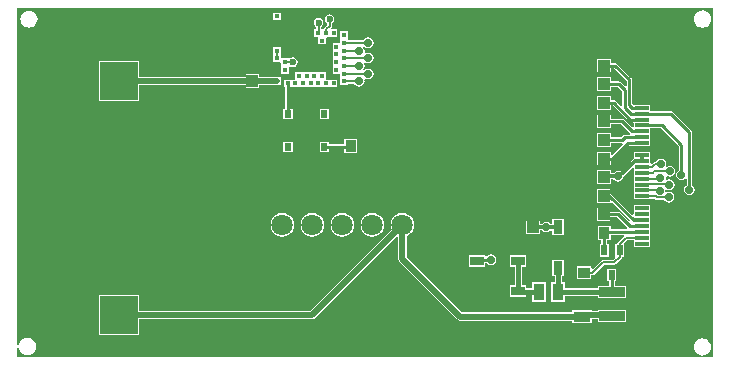
<source format=gtl>
G04*
G04 #@! TF.GenerationSoftware,Altium Limited,Altium Designer,25.2.1 (25)*
G04*
G04 Layer_Physical_Order=1*
G04 Layer_Color=255*
%FSLAX44Y44*%
%MOMM*%
G71*
G04*
G04 #@! TF.SameCoordinates,08FEDEBF-EFD6-4BB9-9F50-9E33F9D93CBE*
G04*
G04*
G04 #@! TF.FilePolarity,Positive*
G04*
G01*
G75*
%ADD13C,0.2540*%
%ADD34R,3.9600X3.9600*%
%ADD35R,3.1800X3.1800*%
%ADD36R,0.9000X1.0000*%
G04:AMPARAMS|DCode=37|XSize=0.95mm|YSize=0.95mm|CornerRadius=0mm|HoleSize=0mm|Usage=FLASHONLY|Rotation=270.000|XOffset=0mm|YOffset=0mm|HoleType=Round|Shape=RoundedRectangle|*
%AMROUNDEDRECTD37*
21,1,0.9500,0.9500,0,0,270.0*
21,1,0.9500,0.9500,0,0,270.0*
1,1,0.0000,-0.4750,-0.4750*
1,1,0.0000,-0.4750,0.4750*
1,1,0.0000,0.4750,0.4750*
1,1,0.0000,0.4750,-0.4750*
%
%ADD37ROUNDEDRECTD37*%
%ADD38R,0.5000X0.5000*%
%ADD39R,0.4500X0.4500*%
%ADD40R,0.6000X0.6500*%
%ADD41R,1.0000X0.9000*%
%ADD42R,0.5500X0.8500*%
%ADD43R,2.2000X0.8500*%
%ADD44R,3.0000X2.7000*%
%ADD45R,1.2000X0.3000*%
%ADD46R,0.8000X1.1500*%
%ADD47R,1.1500X0.8000*%
%ADD48R,1.4700X0.9700*%
G04:AMPARAMS|DCode=49|XSize=0.95mm|YSize=0.95mm|CornerRadius=0mm|HoleSize=0mm|Usage=FLASHONLY|Rotation=0.000|XOffset=0mm|YOffset=0mm|HoleType=Round|Shape=RoundedRectangle|*
%AMROUNDEDRECTD49*
21,1,0.9500,0.9500,0,0,0.0*
21,1,0.9500,0.9500,0,0,0.0*
1,1,0.0000,0.4750,-0.4750*
1,1,0.0000,-0.4750,-0.4750*
1,1,0.0000,-0.4750,0.4750*
1,1,0.0000,0.4750,0.4750*
%
%ADD49ROUNDEDRECTD49*%
%ADD50R,0.9700X1.4700*%
%ADD51C,0.5000*%
%ADD52C,0.2000*%
%ADD53C,0.3000*%
%ADD54C,0.4000*%
%ADD55C,1.8000*%
%ADD56C,0.7000*%
%ADD57C,0.6000*%
G36*
X590485Y1403D02*
X1657D01*
Y9495D01*
X2927Y9579D01*
X3047Y8667D01*
X3777Y6904D01*
X4940Y5389D01*
X6454Y4227D01*
X8218Y3496D01*
X10110Y3247D01*
X12003Y3496D01*
X13766Y4227D01*
X15281Y5389D01*
X16443Y6904D01*
X17174Y8667D01*
X17423Y10560D01*
X17174Y12452D01*
X16443Y14216D01*
X15281Y15731D01*
X13766Y16893D01*
X12003Y17623D01*
X10110Y17872D01*
X8218Y17623D01*
X6454Y16893D01*
X4940Y15731D01*
X3777Y14216D01*
X3047Y12452D01*
X2927Y11541D01*
X1657Y11624D01*
Y297047D01*
X590485D01*
Y1403D01*
D02*
G37*
%LPC*%
G36*
X224734Y293294D02*
X218234D01*
Y286794D01*
X224734D01*
Y293294D01*
D02*
G37*
G36*
X581780Y295033D02*
X579887Y294783D01*
X578124Y294053D01*
X576609Y292891D01*
X575447Y291376D01*
X574716Y289613D01*
X574467Y287720D01*
X574716Y285827D01*
X575447Y284064D01*
X576609Y282549D01*
X578124Y281387D01*
X579887Y280657D01*
X581780Y280408D01*
X583672Y280657D01*
X585436Y281387D01*
X586951Y282549D01*
X588113Y284064D01*
X588843Y285827D01*
X589092Y287720D01*
X588843Y289613D01*
X588113Y291376D01*
X586951Y292891D01*
X585436Y294053D01*
X583672Y294783D01*
X581780Y295033D01*
D02*
G37*
G36*
X11390Y294993D02*
X9497Y294743D01*
X7734Y294013D01*
X6219Y292851D01*
X5057Y291336D01*
X4326Y289573D01*
X4077Y287680D01*
X4326Y285787D01*
X5057Y284024D01*
X6219Y282509D01*
X7734Y281347D01*
X9497Y280617D01*
X11390Y280367D01*
X13283Y280617D01*
X15046Y281347D01*
X16561Y282509D01*
X17723Y284024D01*
X18453Y285787D01*
X18702Y287680D01*
X18453Y289573D01*
X17723Y291336D01*
X16561Y292851D01*
X15046Y294013D01*
X13283Y294743D01*
X11390Y294993D01*
D02*
G37*
G36*
X265930Y291728D02*
X264369Y291418D01*
X263046Y290534D01*
X262162Y289211D01*
X261852Y287650D01*
X262162Y286089D01*
X263046Y284766D01*
X263891Y284202D01*
Y282815D01*
X261442Y280366D01*
X261000Y279704D01*
X260908Y279244D01*
X258759D01*
Y281292D01*
X259604Y281856D01*
X260488Y283179D01*
X260798Y284740D01*
X260488Y286301D01*
X259604Y287624D01*
X258281Y288508D01*
X256720Y288818D01*
X255159Y288508D01*
X253836Y287624D01*
X252952Y286301D01*
X252642Y284740D01*
X252952Y283179D01*
X253836Y281856D01*
X254681Y281292D01*
Y279244D01*
X253134D01*
Y272744D01*
X256384D01*
Y266244D01*
X262884D01*
Y271846D01*
X263782Y272744D01*
X266134Y272744D01*
X267404Y272744D01*
X272634D01*
Y279244D01*
X267884D01*
X267358Y280514D01*
X267372Y280528D01*
X267372Y280528D01*
X267814Y281190D01*
X267969Y281970D01*
Y284202D01*
X268814Y284766D01*
X269698Y286089D01*
X270008Y287650D01*
X269698Y289211D01*
X268814Y290534D01*
X267491Y291418D01*
X265930Y291728D01*
D02*
G37*
G36*
X281534Y277374D02*
X275034D01*
Y267624D01*
X268534D01*
Y261124D01*
Y249394D01*
X268534Y248124D01*
X268534D01*
Y248124D01*
X268534D01*
Y241624D01*
X275034D01*
Y231874D01*
X281534D01*
Y233085D01*
X286914D01*
X287756Y231826D01*
X289244Y230831D01*
X291000Y230482D01*
X292756Y230831D01*
X294244Y231826D01*
X295239Y233314D01*
X295588Y235070D01*
X295295Y236546D01*
X296002Y237220D01*
X296324Y237386D01*
X296930Y236981D01*
X298686Y236632D01*
X300441Y236981D01*
X301930Y237976D01*
X302925Y239464D01*
X303274Y241220D01*
X302925Y242976D01*
X301930Y244464D01*
X300441Y245459D01*
X298686Y245808D01*
X296930Y245459D01*
X295441Y244464D01*
X294473Y245229D01*
X295239Y246374D01*
X295588Y248130D01*
X295239Y249886D01*
X294916Y250369D01*
X295832Y251285D01*
X296930Y250551D01*
X298686Y250202D01*
X300441Y250551D01*
X301930Y251546D01*
X302925Y253034D01*
X303274Y254790D01*
X302925Y256546D01*
X301930Y258034D01*
X300441Y259029D01*
X298686Y259378D01*
X296930Y259029D01*
X296523Y258757D01*
X295380Y259520D01*
X295588Y260570D01*
X295239Y262326D01*
X294377Y263616D01*
X294562Y264459D01*
X294810Y264964D01*
X295029Y264997D01*
X295441Y264380D01*
X296930Y263385D01*
X298686Y263036D01*
X300441Y263385D01*
X301930Y264380D01*
X302925Y265868D01*
X303274Y267624D01*
X302925Y269380D01*
X301930Y270868D01*
X300441Y271863D01*
X298686Y272212D01*
X296930Y271863D01*
X295441Y270868D01*
X294636Y269663D01*
X281534D01*
Y270874D01*
Y277374D01*
D02*
G37*
G36*
X224734Y264374D02*
X218234D01*
Y259144D01*
X218234Y257874D01*
X218234D01*
Y257874D01*
X218234D01*
Y251374D01*
X223836D01*
X224734Y250476D01*
X224734Y248124D01*
X224734Y246854D01*
Y241624D01*
X231234D01*
X231234Y247385D01*
X232504Y248017D01*
X233319Y247472D01*
X234880Y247162D01*
X236441Y247472D01*
X237764Y248356D01*
X238648Y249679D01*
X238958Y251240D01*
X238648Y252801D01*
X237764Y254124D01*
X236441Y255008D01*
X234880Y255318D01*
X233319Y255008D01*
X232504Y254463D01*
X231234Y254624D01*
Y254624D01*
X231234Y254624D01*
X224734D01*
Y256604D01*
X224734Y257874D01*
X224734D01*
Y257874D01*
X224734D01*
Y264374D01*
D02*
G37*
G36*
X503844Y254162D02*
X492344D01*
Y242662D01*
X503844D01*
Y246098D01*
X506909D01*
X517369Y235637D01*
Y231021D01*
X516196Y230535D01*
X512431Y234301D01*
X511680Y234802D01*
X510794Y234979D01*
X503844D01*
Y238414D01*
X492344D01*
Y226914D01*
X503844D01*
Y230350D01*
X509835D01*
X513830Y226355D01*
Y214495D01*
X512657Y214009D01*
X508113Y218553D01*
X507362Y219054D01*
X506476Y219230D01*
X503844D01*
Y222666D01*
X492344D01*
Y211166D01*
X503844D01*
Y214602D01*
X505517D01*
X519115Y201004D01*
X519866Y200502D01*
X520752Y200326D01*
X522413D01*
X523606Y200140D01*
Y196219D01*
X522336Y195693D01*
X515225Y202805D01*
X514474Y203306D01*
X513588Y203482D01*
X503844D01*
Y206918D01*
X492344D01*
Y195418D01*
X503844D01*
Y198854D01*
X512629D01*
X520258Y191224D01*
X520047Y190365D01*
X519769Y189954D01*
X515808D01*
X514922Y189778D01*
X514171Y189277D01*
X512629Y187735D01*
X503844D01*
Y191170D01*
X492344D01*
Y179670D01*
X503844D01*
Y183106D01*
X513588D01*
X513883Y183164D01*
X514509Y181994D01*
X505114Y172599D01*
X503844Y173125D01*
Y175422D01*
X492344D01*
Y163922D01*
X503844D01*
Y167358D01*
X505460D01*
X506346Y167534D01*
X507097Y168036D01*
X519387Y180326D01*
X523606D01*
Y180140D01*
X537606D01*
Y185140D01*
X537606Y190140D01*
X537606Y191410D01*
Y195326D01*
X546581D01*
X561525Y180381D01*
Y159875D01*
X560596Y159254D01*
X559601Y157766D01*
X559252Y156010D01*
X559601Y154254D01*
X560596Y152766D01*
X562084Y151771D01*
X563840Y151422D01*
X565596Y151771D01*
X567036Y152733D01*
X567322Y152676D01*
X568306Y152308D01*
Y147276D01*
X567376Y146654D01*
X566381Y145166D01*
X566032Y143410D01*
X566381Y141654D01*
X567376Y140166D01*
X568864Y139171D01*
X570620Y138822D01*
X572376Y139171D01*
X573865Y140166D01*
X574859Y141654D01*
X575208Y143410D01*
X574859Y145166D01*
X573865Y146654D01*
X572935Y147276D01*
Y192070D01*
X572758Y192955D01*
X572257Y193706D01*
X556687Y209277D01*
X555936Y209778D01*
X555050Y209954D01*
X538799D01*
X537606Y210140D01*
Y215140D01*
X523606D01*
X522592Y215758D01*
X521998Y216351D01*
Y236596D01*
X521822Y237482D01*
X521321Y238232D01*
X509505Y250049D01*
X508754Y250550D01*
X507868Y250727D01*
X503844D01*
Y254162D01*
D02*
G37*
G36*
X256384Y242994D02*
X256384Y242994D01*
X236884D01*
Y236494D01*
X227134D01*
Y229994D01*
X228070D01*
Y211514D01*
X226620D01*
Y203014D01*
X234620D01*
Y211514D01*
X232699D01*
Y229994D01*
X245364D01*
X246634Y229994D01*
Y229994D01*
X246634D01*
Y229994D01*
X264864D01*
X266134Y229994D01*
X267404Y229994D01*
X272634D01*
Y236494D01*
X266134Y236494D01*
X264864Y236494D01*
X262884D01*
Y242994D01*
X257654D01*
X256384Y242994D01*
Y242994D01*
D02*
G37*
G36*
X104784Y252104D02*
X70984D01*
Y218304D01*
X104784D01*
Y231501D01*
X194910D01*
Y229320D01*
X206410D01*
Y231556D01*
X221484D01*
X222850Y231827D01*
X222920Y231874D01*
X224734D01*
Y233688D01*
X224781Y233759D01*
X225053Y235124D01*
X224781Y236490D01*
X224734Y236560D01*
Y238374D01*
X222920D01*
X222850Y238421D01*
X221484Y238693D01*
X206410D01*
Y240820D01*
X194910D01*
Y238638D01*
X104784D01*
Y252104D01*
D02*
G37*
G36*
X265620Y211514D02*
X257620D01*
Y203014D01*
X265620D01*
Y211514D01*
D02*
G37*
G36*
X289530Y186040D02*
X278530D01*
Y182078D01*
X265620D01*
Y184014D01*
X257620D01*
Y175514D01*
X265620D01*
Y177449D01*
X278530D01*
Y174040D01*
X289530D01*
Y186040D01*
D02*
G37*
G36*
X234620Y184014D02*
X226620D01*
Y175514D01*
X234620D01*
Y184014D01*
D02*
G37*
G36*
X530606Y175189D02*
X530359Y175140D01*
X523606D01*
Y170140D01*
X522678Y169442D01*
X511861Y158625D01*
X511646Y158769D01*
X509890Y159118D01*
X508134Y158769D01*
X506645Y157774D01*
X506181Y157079D01*
X503844D01*
Y159674D01*
X492344D01*
Y148174D01*
X503844D01*
Y151981D01*
X506181D01*
X506645Y151286D01*
X508134Y150291D01*
X509890Y149942D01*
X511646Y150291D01*
X513134Y151286D01*
X514129Y152774D01*
X514355Y153910D01*
X522433Y161988D01*
X523606Y161502D01*
X523606Y160140D01*
X523606D01*
Y160140D01*
X523606D01*
Y151410D01*
X523606Y150140D01*
X523606D01*
Y150140D01*
X523606D01*
Y141410D01*
X523606Y140140D01*
X523606D01*
Y140140D01*
X523606D01*
Y135140D01*
X537606D01*
Y135601D01*
X541699D01*
X541894Y135406D01*
X542556Y134964D01*
X543336Y134809D01*
X549091D01*
X549896Y133604D01*
X551385Y132609D01*
X553140Y132260D01*
X554896Y132609D01*
X556385Y133604D01*
X557379Y135092D01*
X557729Y136848D01*
X557379Y138604D01*
X556385Y140092D01*
X554896Y141087D01*
X553140Y141436D01*
X551385Y141087D01*
X551367Y141075D01*
X550319Y141726D01*
X550335Y142818D01*
X551378Y143456D01*
X551844Y143145D01*
X553600Y142795D01*
X555356Y143145D01*
X556844Y144139D01*
X557839Y145628D01*
X558188Y147384D01*
X557839Y149139D01*
X556844Y150628D01*
X555356Y151622D01*
X553600Y151972D01*
X551844Y151622D01*
X551577Y151444D01*
X550434Y152208D01*
X550663Y153357D01*
X550540Y153976D01*
X551683Y154740D01*
X552114Y154451D01*
X553870Y154102D01*
X555626Y154451D01*
X557114Y155446D01*
X558109Y156934D01*
X558458Y158690D01*
X558109Y160446D01*
X557114Y161934D01*
X555626Y162929D01*
X553870Y163278D01*
X552114Y162929D01*
X552039Y162879D01*
X550896Y163643D01*
X551128Y164810D01*
X550779Y166566D01*
X549784Y168054D01*
X548296Y169049D01*
X546540Y169398D01*
X544784Y169049D01*
X543296Y168054D01*
X542470Y166819D01*
X541310D01*
X540529Y166664D01*
X539868Y166222D01*
X539868Y166222D01*
X538876Y165230D01*
X537606Y165756D01*
Y170140D01*
X537606D01*
Y170140D01*
X537606D01*
Y175140D01*
X530853D01*
X530606Y175189D01*
D02*
G37*
G36*
X503724Y143926D02*
X492224D01*
Y132426D01*
X503724D01*
Y132426D01*
X504832Y132885D01*
X520466Y117251D01*
X520101Y115830D01*
X520071Y115843D01*
X511848Y124065D01*
X511098Y124566D01*
X510212Y124742D01*
X503724D01*
Y128178D01*
X492224D01*
Y116678D01*
X503724D01*
Y120114D01*
X509253D01*
X518142Y111225D01*
X517930Y110363D01*
X517653Y109955D01*
X503832D01*
Y112426D01*
X492832D01*
Y100426D01*
X496018D01*
Y97120D01*
X494730D01*
Y86620D01*
X502230D01*
Y97120D01*
X500647D01*
Y100426D01*
X503832D01*
Y105326D01*
X514874D01*
X515023Y105086D01*
X515268Y104192D01*
X515272Y104056D01*
X510038Y98823D01*
X510038Y98822D01*
X509767Y98417D01*
X509596Y98161D01*
X509596Y98161D01*
X509596Y98161D01*
X509518Y97769D01*
X509441Y97381D01*
X508204Y97120D01*
X507730D01*
Y86620D01*
X507730D01*
X508054Y85838D01*
X506106Y83889D01*
X497170D01*
X497170Y83889D01*
X496390Y83734D01*
X495728Y83292D01*
X488783Y76347D01*
X487610Y76833D01*
Y78290D01*
X475610D01*
Y67290D01*
X487610D01*
Y70751D01*
X488110D01*
X488890Y70906D01*
X489552Y71348D01*
X498015Y79811D01*
X506951D01*
X507304Y79881D01*
X507731Y79966D01*
X507731Y79966D01*
X508392Y80408D01*
X508392Y80408D01*
X512922Y84938D01*
X512922Y84938D01*
X513364Y85599D01*
X513364Y85600D01*
X513519Y86380D01*
X514763Y86620D01*
X515230D01*
Y97120D01*
X515230D01*
X514900Y97917D01*
X517585Y100601D01*
X523606D01*
Y95140D01*
X537606D01*
Y100140D01*
X537606Y105140D01*
X537606Y106410D01*
Y110140D01*
X537606Y115140D01*
X537606Y116410D01*
Y130140D01*
X523606D01*
Y122316D01*
X522433Y121830D01*
X504450Y139813D01*
X503724Y140298D01*
Y143926D01*
D02*
G37*
G36*
X464570Y118350D02*
X454570D01*
Y114149D01*
X453239D01*
X452754Y114874D01*
X451266Y115869D01*
X449510Y116218D01*
X447754Y115869D01*
X446266Y114874D01*
X445781Y114149D01*
X444160D01*
Y117070D01*
X432660D01*
Y105570D01*
X444160D01*
Y109051D01*
X445821D01*
X446266Y108386D01*
X447754Y107391D01*
X449510Y107042D01*
X451266Y107391D01*
X452754Y108386D01*
X453199Y109051D01*
X454570D01*
Y104850D01*
X464570D01*
Y118350D01*
D02*
G37*
G36*
X302254Y123624D02*
X299643Y123281D01*
X297211Y122273D01*
X295122Y120670D01*
X293519Y118581D01*
X292511Y116149D01*
X292168Y113538D01*
X292511Y110927D01*
X293519Y108495D01*
X295122Y106406D01*
X297211Y104803D01*
X299643Y103795D01*
X302254Y103452D01*
X304865Y103795D01*
X307297Y104803D01*
X309386Y106406D01*
X310989Y108495D01*
X311997Y110927D01*
X312340Y113538D01*
X311997Y116149D01*
X310989Y118581D01*
X309386Y120670D01*
X307297Y122273D01*
X304865Y123281D01*
X302254Y123624D01*
D02*
G37*
G36*
X276854D02*
X274244Y123281D01*
X271811Y122273D01*
X269722Y120670D01*
X268119Y118581D01*
X267111Y116149D01*
X266768Y113538D01*
X267111Y110927D01*
X268119Y108495D01*
X269722Y106406D01*
X271811Y104803D01*
X274244Y103795D01*
X276854Y103452D01*
X279464Y103795D01*
X281897Y104803D01*
X283986Y106406D01*
X285589Y108495D01*
X286597Y110927D01*
X286940Y113538D01*
X286597Y116149D01*
X285589Y118581D01*
X283986Y120670D01*
X281897Y122273D01*
X279464Y123281D01*
X276854Y123624D01*
D02*
G37*
G36*
X251454D02*
X248843Y123281D01*
X246411Y122273D01*
X244322Y120670D01*
X242719Y118581D01*
X241711Y116149D01*
X241368Y113538D01*
X241711Y110927D01*
X242719Y108495D01*
X244322Y106406D01*
X246411Y104803D01*
X248843Y103795D01*
X251454Y103452D01*
X254065Y103795D01*
X256497Y104803D01*
X258586Y106406D01*
X260189Y108495D01*
X261197Y110927D01*
X261540Y113538D01*
X261197Y116149D01*
X260189Y118581D01*
X258586Y120670D01*
X256497Y122273D01*
X254065Y123281D01*
X251454Y123624D01*
D02*
G37*
G36*
X226054D02*
X223444Y123281D01*
X221011Y122273D01*
X218922Y120670D01*
X217319Y118581D01*
X216311Y116149D01*
X215968Y113538D01*
X216311Y110927D01*
X217319Y108495D01*
X218922Y106406D01*
X221011Y104803D01*
X223444Y103795D01*
X226054Y103452D01*
X228664Y103795D01*
X231097Y104803D01*
X233186Y106406D01*
X234789Y108495D01*
X235797Y110927D01*
X236140Y113538D01*
X235797Y116149D01*
X234789Y118581D01*
X233186Y120670D01*
X231097Y122273D01*
X228664Y123281D01*
X226054Y123624D01*
D02*
G37*
G36*
X402570Y88638D02*
X400814Y88289D01*
X399326Y87295D01*
X398890Y86642D01*
X397620Y86926D01*
Y87950D01*
X384120D01*
Y77950D01*
X397620D01*
Y81174D01*
X398890Y81458D01*
X399326Y80806D01*
X400814Y79811D01*
X402570Y79462D01*
X404326Y79811D01*
X405815Y80806D01*
X406809Y82294D01*
X407158Y84050D01*
X406809Y85806D01*
X405815Y87295D01*
X404326Y88289D01*
X402570Y88638D01*
D02*
G37*
G36*
X464570Y83350D02*
X454570D01*
Y69850D01*
X456601D01*
Y65170D01*
X453810D01*
Y48470D01*
X465510D01*
Y53551D01*
X492880D01*
Y51360D01*
X516880D01*
Y61860D01*
X507294D01*
Y65620D01*
X508730D01*
Y76120D01*
X501230D01*
Y65620D01*
X502665D01*
Y61860D01*
X492880D01*
Y59669D01*
X465510D01*
Y65170D01*
X462719D01*
Y69850D01*
X464570D01*
Y83350D01*
D02*
G37*
G36*
X432620Y87950D02*
X419120D01*
Y77950D01*
X422751D01*
Y62470D01*
X419060D01*
Y52470D01*
X432560D01*
Y53762D01*
X437210D01*
Y48470D01*
X448910D01*
Y65170D01*
X437210D01*
Y59879D01*
X432560D01*
Y62470D01*
X428869D01*
Y77950D01*
X432620D01*
Y87950D01*
D02*
G37*
G36*
X327654Y123624D02*
X325043Y123281D01*
X322611Y122273D01*
X320522Y120670D01*
X318919Y118581D01*
X317911Y116149D01*
X317568Y113538D01*
X317911Y110927D01*
X318522Y109453D01*
X249722Y40653D01*
X104784D01*
Y53984D01*
X70984D01*
Y20184D01*
X104784D01*
Y33516D01*
X251200D01*
X252565Y33787D01*
X253723Y34561D01*
X322815Y103653D01*
X324085Y103127D01*
Y84766D01*
X324357Y83400D01*
X325131Y82243D01*
X373987Y33387D01*
X375144Y32613D01*
X376510Y32341D01*
X471100D01*
Y30060D01*
X487800D01*
Y33516D01*
X492880D01*
Y30860D01*
X516880D01*
Y41360D01*
X492880D01*
Y40653D01*
X487800D01*
Y41760D01*
X471100D01*
Y39479D01*
X377988D01*
X331222Y86244D01*
Y104192D01*
X332697Y104803D01*
X334786Y106406D01*
X336389Y108495D01*
X337397Y110927D01*
X337740Y113538D01*
X337397Y116149D01*
X336389Y118581D01*
X334786Y120670D01*
X332697Y122273D01*
X330265Y123281D01*
X327654Y123624D01*
D02*
G37*
G36*
X581450Y17473D02*
X579558Y17223D01*
X577794Y16493D01*
X576279Y15331D01*
X575117Y13816D01*
X574387Y12053D01*
X574138Y10160D01*
X574387Y8267D01*
X575117Y6504D01*
X576279Y4989D01*
X577794Y3827D01*
X579558Y3097D01*
X581450Y2848D01*
X583343Y3097D01*
X585107Y3827D01*
X586621Y4989D01*
X587783Y6504D01*
X588514Y8267D01*
X588763Y10160D01*
X588514Y12053D01*
X587783Y13816D01*
X586621Y15331D01*
X585107Y16493D01*
X583343Y17223D01*
X581450Y17473D01*
D02*
G37*
%LPD*%
D13*
X498332Y91186D02*
Y91870D01*
Y106426D01*
Y91186D02*
Y106426D01*
Y91186D02*
Y106426D01*
Y91186D02*
Y106426D01*
X388120Y84050D02*
X402570D01*
X388120D02*
X402570D01*
X388120D02*
X402570D01*
X498332Y91186D02*
Y91870D01*
Y106426D01*
X519684Y215392D02*
Y236596D01*
X507868Y248412D02*
X519684Y236596D01*
X498094Y248412D02*
X507868D01*
X547540Y197640D02*
X563840Y181340D01*
Y156010D02*
Y181340D01*
X555050Y207640D02*
X570620Y192070D01*
Y143410D02*
Y192070D01*
X530606Y197640D02*
X547540D01*
X530606Y207640D02*
X555050D01*
X290436Y235124D02*
X290490Y235070D01*
X290406Y235124D02*
X290436D01*
X278284Y254624D02*
X278358Y254550D01*
X290446Y261124D02*
X291000Y260570D01*
X510794Y232664D02*
X516144Y227314D01*
X498094Y232664D02*
X510794D01*
X516144Y212582D02*
Y227314D01*
Y212582D02*
X521086Y207640D01*
X530606D01*
X519684Y215392D02*
X522436Y212640D01*
X530606D01*
X387840Y83770D02*
X388120Y84050D01*
X283754Y179764D02*
X284030Y180040D01*
X261620Y179764D02*
X283754D01*
X230384Y207500D02*
X230620Y207264D01*
X230384Y207500D02*
Y233244D01*
X504880Y56610D02*
X504980Y56710D01*
Y70870D01*
X498332Y106426D02*
X499546Y107640D01*
X530606D01*
X497974Y122428D02*
X510212D01*
X520000Y112640D01*
X530606D01*
X523350Y117640D02*
X530606D01*
X502814Y138176D02*
X523350Y117640D01*
X497974Y138176D02*
X502814D01*
X518428Y182640D02*
X530606D01*
X505460Y169672D02*
X518428Y182640D01*
X498094Y169672D02*
X505460D01*
X498094Y185420D02*
X513588D01*
X515808Y187640D01*
X530606D01*
X498094Y201168D02*
X513588D01*
X522116Y192640D01*
X530606D01*
X498094Y216916D02*
X506476D01*
X520752Y202640D01*
X530606D01*
D34*
X87884Y137414D02*
D03*
D35*
Y235204D02*
D03*
Y37084D02*
D03*
D36*
X284030Y180040D02*
D03*
X301030D02*
D03*
X498332Y106426D02*
D03*
X481332D02*
D03*
D37*
X200660Y235070D02*
D03*
Y250070D02*
D03*
D38*
X255084Y250124D02*
D03*
Y259124D02*
D03*
X244684D02*
D03*
Y250124D02*
D03*
D39*
X240134Y269494D02*
D03*
X246634D02*
D03*
X253134D02*
D03*
Y239744D02*
D03*
X246634D02*
D03*
X240134D02*
D03*
X230384Y275994D02*
D03*
X236884D02*
D03*
X243384D02*
D03*
X249884D02*
D03*
X256384D02*
D03*
X262884D02*
D03*
Y233244D02*
D03*
X256384D02*
D03*
X249884D02*
D03*
X243384D02*
D03*
X236884D02*
D03*
X230384D02*
D03*
X271784Y264374D02*
D03*
Y257874D02*
D03*
Y251374D02*
D03*
X278284Y274124D02*
D03*
Y267624D02*
D03*
Y261124D02*
D03*
Y254624D02*
D03*
Y248124D02*
D03*
X259634Y269494D02*
D03*
X269384Y275994D02*
D03*
X271784Y244874D02*
D03*
X278284Y290044D02*
D03*
Y283544D02*
D03*
Y241624D02*
D03*
Y235124D02*
D03*
X259634Y239744D02*
D03*
X269384Y233244D02*
D03*
X227984Y244874D02*
D03*
Y251374D02*
D03*
Y257874D02*
D03*
Y264374D02*
D03*
X221484Y235124D02*
D03*
Y241624D02*
D03*
Y248124D02*
D03*
Y254624D02*
D03*
Y261124D02*
D03*
Y267624D02*
D03*
Y274124D02*
D03*
Y283544D02*
D03*
Y290044D02*
D03*
D40*
X230620Y207264D02*
D03*
X261620D02*
D03*
X230620Y179764D02*
D03*
X261620D02*
D03*
D41*
X481610Y72790D02*
D03*
Y89790D02*
D03*
D42*
X504980Y70870D02*
D03*
X498480Y91870D02*
D03*
X511480D02*
D03*
D43*
X504880Y36110D02*
D03*
Y56610D02*
D03*
D44*
X549206Y231940D02*
D03*
Y78340D02*
D03*
D45*
X530606Y197640D02*
D03*
Y192640D02*
D03*
Y177640D02*
D03*
Y172640D02*
D03*
Y157640D02*
D03*
Y152640D02*
D03*
Y137640D02*
D03*
Y132640D02*
D03*
Y127640D02*
D03*
Y122640D02*
D03*
Y97640D02*
D03*
Y102640D02*
D03*
Y107640D02*
D03*
Y112640D02*
D03*
Y117640D02*
D03*
Y142640D02*
D03*
Y147640D02*
D03*
Y162640D02*
D03*
Y167640D02*
D03*
Y182640D02*
D03*
Y187640D02*
D03*
Y202640D02*
D03*
Y207640D02*
D03*
Y212640D02*
D03*
D46*
X459570Y76600D02*
D03*
Y111600D02*
D03*
D47*
X425810Y57470D02*
D03*
X390810D02*
D03*
X390870Y82950D02*
D03*
X425870D02*
D03*
D48*
X479450Y35910D02*
D03*
Y19310D02*
D03*
D49*
X438410Y111320D02*
D03*
X423410D02*
D03*
X498094Y248412D02*
D03*
X483094D02*
D03*
X498094Y232664D02*
D03*
X483094D02*
D03*
X498094Y216916D02*
D03*
X483094D02*
D03*
X498094Y201168D02*
D03*
X483094D02*
D03*
X498094Y185420D02*
D03*
X483094D02*
D03*
X498094Y169672D02*
D03*
X483094D02*
D03*
X498094Y153924D02*
D03*
X483094D02*
D03*
X482974Y138176D02*
D03*
X497974D02*
D03*
Y122428D02*
D03*
X482974D02*
D03*
D50*
X443060Y56820D02*
D03*
X459660D02*
D03*
D51*
X251200Y37084D02*
X327654Y113538D01*
X87884Y37084D02*
X251200D01*
X327654Y84766D02*
Y113538D01*
Y84766D02*
X376510Y35910D01*
X479450Y37084D02*
X503906D01*
X376510Y35910D02*
X479450D01*
X87884Y235204D02*
X88018Y235070D01*
X200660D01*
X200714Y235124D01*
X221484D01*
D52*
X265930Y281970D02*
Y287650D01*
X262884Y278924D02*
X265930Y281970D01*
X262884Y275994D02*
Y278924D01*
X497170Y81850D02*
X506950D01*
X488110Y72790D02*
X497170Y81850D01*
X506950D02*
X511480Y86380D01*
Y91870D01*
X481610Y72790D02*
X488110D01*
X256380Y275998D02*
X256720Y276338D01*
X256380Y275998D02*
X256720Y276338D01*
X278284Y241624D02*
X298836D01*
X278284D02*
X298836D01*
X290540Y248128D02*
Y248130D01*
Y248128D02*
Y248130D01*
X278358Y254550D02*
X298700D01*
X278358D02*
X298700D01*
X278358D02*
X298700D01*
X290540Y248128D02*
Y248130D01*
X278284Y241624D02*
X298686D01*
X278284D02*
X298836D01*
X256380Y275998D02*
X256720Y276338D01*
X553140Y136848D02*
X553600Y137307D01*
X543336Y136848D02*
X553140D01*
X542544Y137640D02*
X543336Y136848D01*
X530814Y147848D02*
X553136D01*
X530606Y147640D02*
X530814Y147848D01*
X553136D02*
X553600Y147384D01*
X530606Y157640D02*
X539670D01*
X553704Y158857D02*
X553870Y158690D01*
X540886Y158857D02*
X553704D01*
X539670Y157640D02*
X540886Y158857D01*
X530606Y162640D02*
X539170D01*
X546510Y164780D02*
X546540Y164810D01*
X541310Y164780D02*
X546510D01*
X539170Y162640D02*
X541310Y164780D01*
X256720Y276338D02*
Y284740D01*
X256380Y275998D02*
X256384Y275994D01*
X290536Y248124D02*
X290540Y248128D01*
X278284Y235124D02*
X290406D01*
X278284Y248124D02*
X290536D01*
X278284Y261124D02*
X290446D01*
X278284Y267624D02*
X298686D01*
X530606Y152640D02*
X542544D01*
X530606Y137640D02*
X542544D01*
X530606Y142640D02*
X542544D01*
X516740Y102640D02*
X530606D01*
X511480Y97381D02*
X516740Y102640D01*
X511480Y91870D02*
Y97381D01*
X227984Y251374D02*
X234746D01*
X234880Y251240D01*
X221484Y254624D02*
Y261124D01*
D53*
X438689Y111600D02*
X459570D01*
X438689D02*
X459570D01*
X438689D02*
X459570D01*
X498094Y153924D02*
X498700Y154530D01*
X509890D02*
X511370D01*
X524480Y167640D01*
X498700Y154530D02*
X509890D01*
X438410Y111320D02*
X438689Y111600D01*
X503906Y37084D02*
X504880Y36110D01*
X524480Y167640D02*
X530606D01*
Y172640D01*
D54*
X425810Y82890D02*
X425870Y82950D01*
X425810Y57470D02*
Y82890D01*
Y57470D02*
X426460Y56820D01*
X443060D01*
X459570Y76600D02*
X459660Y76510D01*
Y56820D02*
Y76510D01*
Y56820D02*
X459870Y56610D01*
X504880D01*
D55*
X226054Y113538D02*
D03*
X251454D02*
D03*
X327654D02*
D03*
X302254D02*
D03*
X276854D02*
D03*
X200654D02*
D03*
D56*
X553870Y158690D02*
D03*
X546540Y164810D02*
D03*
X546075Y153357D02*
D03*
X545625Y142348D02*
D03*
X509890Y154530D02*
D03*
X563840Y156010D02*
D03*
X570620Y143410D02*
D03*
X291000Y235070D02*
D03*
X298686Y241220D02*
D03*
X291000Y248130D02*
D03*
X298686Y254790D02*
D03*
Y267624D02*
D03*
X291000Y260570D02*
D03*
X553600Y147384D02*
D03*
X449510Y111630D02*
D03*
X553140Y136848D02*
D03*
X402570Y84050D02*
D03*
X165124Y186998D02*
D03*
X45124Y26998D02*
D03*
X125124Y266998D02*
D03*
X43624Y96488D02*
D03*
X325124Y266998D02*
D03*
X165124Y26998D02*
D03*
X429654Y198158D02*
D03*
X325124Y26998D02*
D03*
X192754Y71588D02*
D03*
X145124Y146998D02*
D03*
X345124Y226998D02*
D03*
X145124D02*
D03*
X212144Y92078D02*
D03*
X145124Y66998D02*
D03*
X245124Y186998D02*
D03*
X204224Y213418D02*
D03*
X45124Y266998D02*
D03*
X285124Y26998D02*
D03*
X156744Y265558D02*
D03*
X405204Y158948D02*
D03*
X358924Y16388D02*
D03*
X425124Y226998D02*
D03*
X329324Y181868D02*
D03*
X537624Y272008D02*
D03*
X304964Y71268D02*
D03*
X65124Y226998D02*
D03*
X280464Y93048D02*
D03*
X516234Y264878D02*
D03*
X275684Y214248D02*
D03*
X65124Y66998D02*
D03*
X230624Y135838D02*
D03*
X205124Y26998D02*
D03*
X91334Y97198D02*
D03*
X360624Y130008D02*
D03*
X45124Y186998D02*
D03*
X385124Y226998D02*
D03*
X125124Y26998D02*
D03*
X205124Y186998D02*
D03*
X394714Y14678D02*
D03*
X316584Y132738D02*
D03*
X283924Y157578D02*
D03*
X445124Y266998D02*
D03*
X234854Y74278D02*
D03*
X385124Y146998D02*
D03*
X565124Y26998D02*
D03*
X245124D02*
D03*
X483134Y280158D02*
D03*
X361764Y82848D02*
D03*
X365124Y266998D02*
D03*
X525124Y26998D02*
D03*
X405124Y186998D02*
D03*
X243504Y92078D02*
D03*
X320664Y209878D02*
D03*
X405124Y266998D02*
D03*
X147024Y100508D02*
D03*
X305124Y226998D02*
D03*
X105124Y66998D02*
D03*
X203394Y134868D02*
D03*
X95274Y264908D02*
D03*
X585124Y146998D02*
D03*
X365124Y186998D02*
D03*
X312014Y158438D02*
D03*
X268404Y73008D02*
D03*
X553214Y46498D02*
D03*
X125124Y186998D02*
D03*
X345124Y146998D02*
D03*
D57*
X265930Y287650D02*
D03*
X256720Y284740D02*
D03*
X234880Y251240D02*
D03*
M02*

</source>
